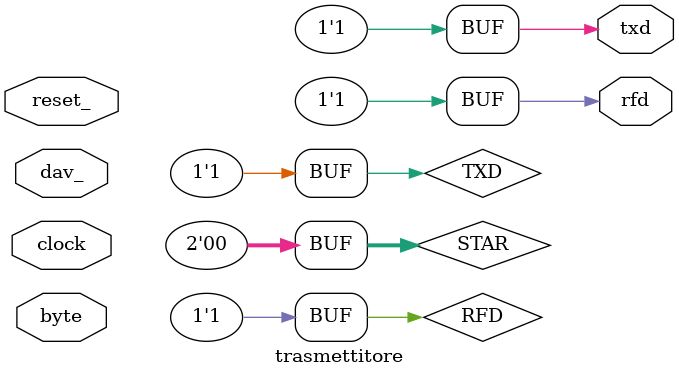
<source format=v>

module trasmettitore (
    reset_, clock,
    byte, dav_,
    rfd, txd
);
    input reset_, clock;
    input [7:0] byte;
    input dav_;
    output rfd, txd;

    reg TXD; assign txd = TXD;
    reg RFD; assign rfd = RFD;
    reg [9:0] BUFFER;           // bit di start(=0) byte e bit di stop(=1)
    reg [3:0] COUNT;


    reg[1:0] STAR; parameter S0=0, S1=1, S2=2;
    
    always @(reset_==0) #1
        begin
            RFD <= 1;
            TXD <= 1;       // marking
            STAR <= S0;
        end
    always @(posedge clock) if(reset_==1) #3
        casex(STAR)
            S0:
                begin
                    COUNT <= 10;
                    TXD <= 1;
                    RFD <= 1;
                    BUFFER <= {1'B0, byte, 1'B1};
                    STAR <= (dav_==0)? S1 : S0;
                end
            S1:
                begin
                    RFD <= 0;
                    COUNT <= COUNT - 1;
                    TXD <= BUFFER[0];
                    BUFFER <= {1, BUFFER[9:1]};
                    STAR <= (COUNT==1)? S2 : S1;
                end
            S2:
                begin
                    STAR <= (dav_==1)? S0 : S2;
                end
        endcase
endmodule
</source>
